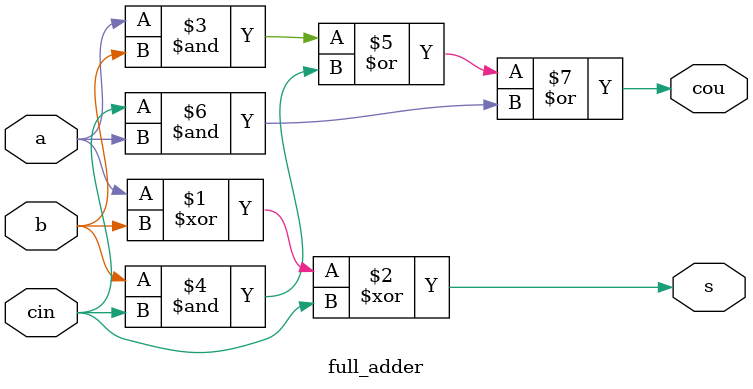
<source format=v>
`timescale 1ns / 1ps


module full_adder(a,b,cin,s,cou);
input a,b,cin;
output s,cou;
assign s=a^b^cin;
assign cou=(a&b)|(b&cin)|(cin&a);
endmodule

</source>
